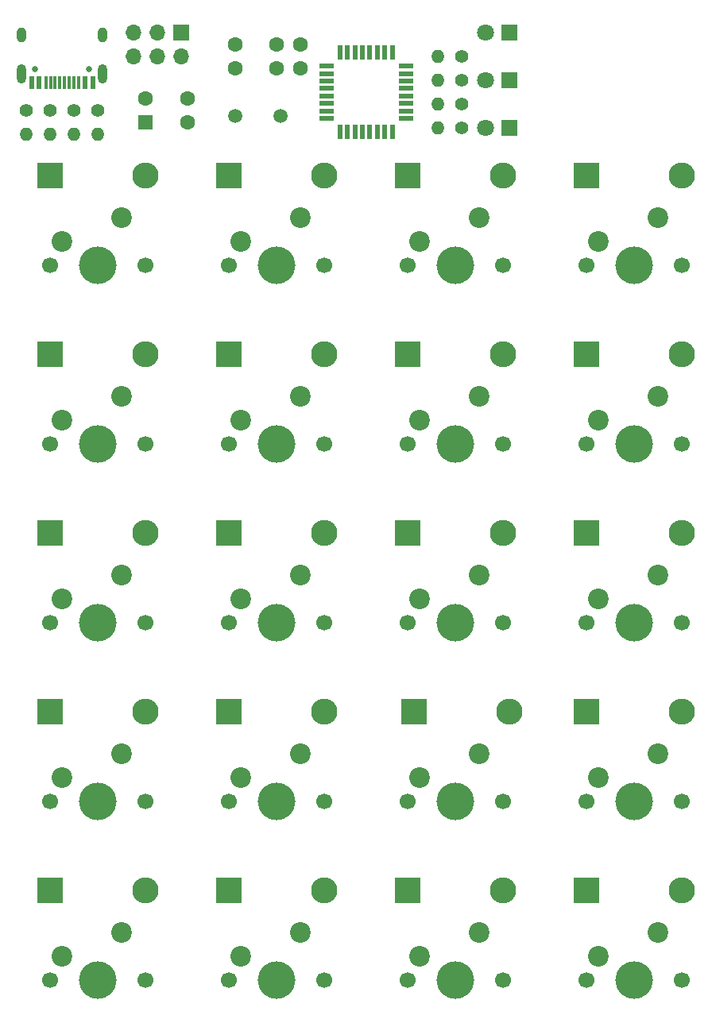
<source format=gts>
G04 #@! TF.GenerationSoftware,KiCad,Pcbnew,(5.1.10)-1*
G04 #@! TF.CreationDate,2021-12-06T16:20:35+09:00*
G04 #@! TF.ProjectId,20keypad,32306b65-7970-4616-942e-6b696361645f,rev?*
G04 #@! TF.SameCoordinates,Original*
G04 #@! TF.FileFunction,Soldermask,Top*
G04 #@! TF.FilePolarity,Negative*
%FSLAX46Y46*%
G04 Gerber Fmt 4.6, Leading zero omitted, Abs format (unit mm)*
G04 Created by KiCad (PCBNEW (5.1.10)-1) date 2021-12-06 16:20:35*
%MOMM*%
%LPD*%
G01*
G04 APERTURE LIST*
%ADD10C,1.800000*%
%ADD11R,1.800000X1.800000*%
%ADD12O,1.400000X1.400000*%
%ADD13C,1.400000*%
%ADD14C,1.700000*%
%ADD15C,4.000000*%
%ADD16C,2.200000*%
%ADD17O,2.800000X2.800000*%
%ADD18R,2.800000X2.800000*%
%ADD19C,1.600000*%
%ADD20R,1.600000X1.600000*%
%ADD21R,0.600000X1.450000*%
%ADD22R,0.300000X1.450000*%
%ADD23O,1.000000X2.100000*%
%ADD24C,0.650000*%
%ADD25O,1.000000X1.600000*%
%ADD26C,1.500000*%
%ADD27R,0.550000X1.600000*%
%ADD28R,1.600000X0.550000*%
%ADD29O,1.700000X1.700000*%
%ADD30R,1.700000X1.700000*%
G04 APERTURE END LIST*
D10*
X76200000Y-35560000D03*
D11*
X78740000Y-35560000D03*
D10*
X76200000Y-40640000D03*
D11*
X78740000Y-40640000D03*
D10*
X76200000Y-45720000D03*
D11*
X78740000Y-45720000D03*
D12*
X71120000Y-40640000D03*
D13*
X73660000Y-40640000D03*
D12*
X71120000Y-43180000D03*
D13*
X73660000Y-43180000D03*
D12*
X71120000Y-45720000D03*
D13*
X73660000Y-45720000D03*
D14*
X40005000Y-136525000D03*
X29845000Y-136525000D03*
D15*
X34925000Y-136525000D03*
D16*
X31115000Y-133985000D03*
X37465000Y-131445000D03*
D14*
X59055000Y-136525000D03*
X48895000Y-136525000D03*
D15*
X53975000Y-136525000D03*
D16*
X50165000Y-133985000D03*
X56515000Y-131445000D03*
D14*
X78105000Y-136525000D03*
X67945000Y-136525000D03*
D15*
X73025000Y-136525000D03*
D16*
X69215000Y-133985000D03*
X75565000Y-131445000D03*
D14*
X97155000Y-136525000D03*
X86995000Y-136525000D03*
D15*
X92075000Y-136525000D03*
D16*
X88265000Y-133985000D03*
X94615000Y-131445000D03*
D14*
X40005000Y-117475000D03*
X29845000Y-117475000D03*
D15*
X34925000Y-117475000D03*
D16*
X31115000Y-114935000D03*
X37465000Y-112395000D03*
D14*
X59055000Y-117475000D03*
X48895000Y-117475000D03*
D15*
X53975000Y-117475000D03*
D16*
X50165000Y-114935000D03*
X56515000Y-112395000D03*
D14*
X78105000Y-117475000D03*
X67945000Y-117475000D03*
D15*
X73025000Y-117475000D03*
D16*
X69215000Y-114935000D03*
X75565000Y-112395000D03*
D14*
X97155000Y-117475000D03*
X86995000Y-117475000D03*
D15*
X92075000Y-117475000D03*
D16*
X88265000Y-114935000D03*
X94615000Y-112395000D03*
D14*
X40005000Y-98425000D03*
X29845000Y-98425000D03*
D15*
X34925000Y-98425000D03*
D16*
X31115000Y-95885000D03*
X37465000Y-93345000D03*
D14*
X59055000Y-98425000D03*
X48895000Y-98425000D03*
D15*
X53975000Y-98425000D03*
D16*
X50165000Y-95885000D03*
X56515000Y-93345000D03*
D14*
X78105000Y-98425000D03*
X67945000Y-98425000D03*
D15*
X73025000Y-98425000D03*
D16*
X69215000Y-95885000D03*
X75565000Y-93345000D03*
D14*
X97155000Y-98425000D03*
X86995000Y-98425000D03*
D15*
X92075000Y-98425000D03*
D16*
X88265000Y-95885000D03*
X94615000Y-93345000D03*
D14*
X40005000Y-79375000D03*
X29845000Y-79375000D03*
D15*
X34925000Y-79375000D03*
D16*
X31115000Y-76835000D03*
X37465000Y-74295000D03*
D14*
X59055000Y-79375000D03*
X48895000Y-79375000D03*
D15*
X53975000Y-79375000D03*
D16*
X50165000Y-76835000D03*
X56515000Y-74295000D03*
D14*
X78105000Y-79375000D03*
X67945000Y-79375000D03*
D15*
X73025000Y-79375000D03*
D16*
X69215000Y-76835000D03*
X75565000Y-74295000D03*
D14*
X97155000Y-79375000D03*
X86995000Y-79375000D03*
D15*
X92075000Y-79375000D03*
D16*
X88265000Y-76835000D03*
X94615000Y-74295000D03*
D14*
X40005000Y-60325000D03*
X29845000Y-60325000D03*
D15*
X34925000Y-60325000D03*
D16*
X31115000Y-57785000D03*
X37465000Y-55245000D03*
D14*
X59055000Y-60325000D03*
X48895000Y-60325000D03*
D15*
X53975000Y-60325000D03*
D16*
X50165000Y-57785000D03*
X56515000Y-55245000D03*
D14*
X78105000Y-60325000D03*
X67945000Y-60325000D03*
D15*
X73025000Y-60325000D03*
D16*
X69215000Y-57785000D03*
X75565000Y-55245000D03*
D14*
X97155000Y-60325000D03*
X86995000Y-60325000D03*
D15*
X92075000Y-60325000D03*
D16*
X88265000Y-57785000D03*
X94615000Y-55245000D03*
D17*
X40005000Y-127000000D03*
D18*
X29845000Y-127000000D03*
D17*
X59055000Y-127000000D03*
D18*
X48895000Y-127000000D03*
D17*
X78105000Y-127000000D03*
D18*
X67945000Y-127000000D03*
D17*
X97155000Y-127000000D03*
D18*
X86995000Y-127000000D03*
D17*
X40005000Y-107950000D03*
D18*
X29845000Y-107950000D03*
D17*
X59055000Y-107950000D03*
D18*
X48895000Y-107950000D03*
D17*
X78740000Y-107950000D03*
D18*
X68580000Y-107950000D03*
D17*
X97155000Y-107950000D03*
D18*
X86995000Y-107950000D03*
D17*
X40005000Y-88900000D03*
D18*
X29845000Y-88900000D03*
D17*
X59055000Y-88900000D03*
D18*
X48895000Y-88900000D03*
D17*
X78105000Y-88900000D03*
D18*
X67945000Y-88900000D03*
D17*
X97155000Y-88900000D03*
D18*
X86995000Y-88900000D03*
D17*
X40005000Y-69850000D03*
D18*
X29845000Y-69850000D03*
D17*
X59055000Y-69850000D03*
D18*
X48895000Y-69850000D03*
D17*
X78105000Y-69850000D03*
D18*
X67945000Y-69850000D03*
D17*
X97155000Y-69850000D03*
D18*
X86995000Y-69850000D03*
D17*
X40005000Y-50800000D03*
D18*
X29845000Y-50800000D03*
D17*
X59055000Y-50800000D03*
D18*
X48895000Y-50800000D03*
D17*
X78105000Y-50800000D03*
D18*
X67945000Y-50800000D03*
D17*
X97155000Y-50800000D03*
D18*
X86995000Y-50800000D03*
D19*
X44450000Y-42585000D03*
X44450000Y-45085000D03*
X40005000Y-42585000D03*
D20*
X40005000Y-45085000D03*
D21*
X27865000Y-40875000D03*
X28665000Y-40875000D03*
X33565000Y-40875000D03*
X34365000Y-40875000D03*
X34365000Y-40875000D03*
X33565000Y-40875000D03*
X28665000Y-40875000D03*
X27865000Y-40875000D03*
D22*
X32865000Y-40875000D03*
X32365000Y-40875000D03*
X31865000Y-40875000D03*
X30865000Y-40875000D03*
X30365000Y-40875000D03*
X29865000Y-40875000D03*
X29365000Y-40875000D03*
X31365000Y-40875000D03*
D23*
X26795000Y-39960000D03*
X35435000Y-39960000D03*
D24*
X34005000Y-39430000D03*
D25*
X35435000Y-35780000D03*
D24*
X28225000Y-39430000D03*
D25*
X26795000Y-35780000D03*
D26*
X54410000Y-44450000D03*
X49530000Y-44450000D03*
D27*
X60700000Y-37660000D03*
X61500000Y-37660000D03*
X62300000Y-37660000D03*
X63100000Y-37660000D03*
X63900000Y-37660000D03*
X64700000Y-37660000D03*
X65500000Y-37660000D03*
X66300000Y-37660000D03*
D28*
X67750000Y-39110000D03*
X67750000Y-39910000D03*
X67750000Y-40710000D03*
X67750000Y-41510000D03*
X67750000Y-42310000D03*
X67750000Y-43110000D03*
X67750000Y-43910000D03*
X67750000Y-44710000D03*
D27*
X66300000Y-46160000D03*
X65500000Y-46160000D03*
X64700000Y-46160000D03*
X63900000Y-46160000D03*
X63100000Y-46160000D03*
X62300000Y-46160000D03*
X61500000Y-46160000D03*
X60700000Y-46160000D03*
D28*
X59250000Y-44710000D03*
X59250000Y-43910000D03*
X59250000Y-43110000D03*
X59250000Y-42310000D03*
X59250000Y-41510000D03*
X59250000Y-40710000D03*
X59250000Y-39910000D03*
X59250000Y-39110000D03*
D12*
X71120000Y-38100000D03*
D13*
X73660000Y-38100000D03*
D12*
X29845000Y-46355000D03*
D13*
X29845000Y-43815000D03*
D12*
X32385000Y-46355000D03*
D13*
X32385000Y-43815000D03*
D12*
X34925000Y-46355000D03*
D13*
X34925000Y-43815000D03*
D12*
X27305000Y-46355000D03*
D13*
X27305000Y-43815000D03*
D29*
X38735000Y-38100000D03*
X38735000Y-35560000D03*
X41275000Y-38100000D03*
X41275000Y-35560000D03*
X43815000Y-38100000D03*
D30*
X43815000Y-35560000D03*
D19*
X49530000Y-39330000D03*
X49530000Y-36830000D03*
X53975000Y-39370000D03*
X56475000Y-39370000D03*
X53975000Y-36830000D03*
X56475000Y-36830000D03*
M02*

</source>
